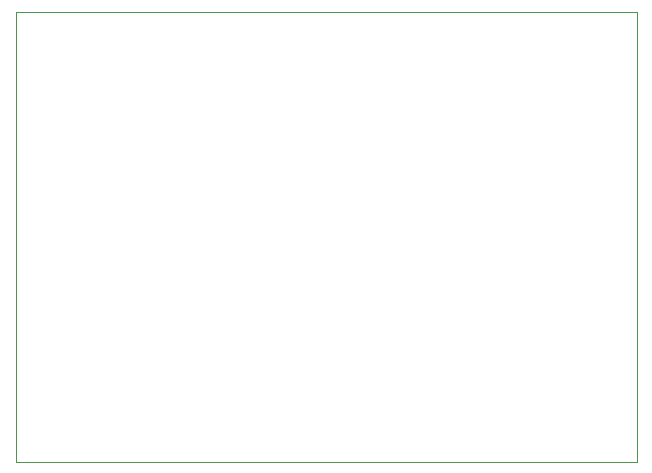
<source format=gbr>
%FSTAX23Y23*%
%MOIN*%
%SFA1B1*%

%IPPOS*%
%ADD36C,0.001000*%
%LNstrain_profile-1*%
%LPD*%
G54D36*
X0Y-01495D02*
Y00005D01*
X0207*
Y-01495*
X0*
M02*
</source>
